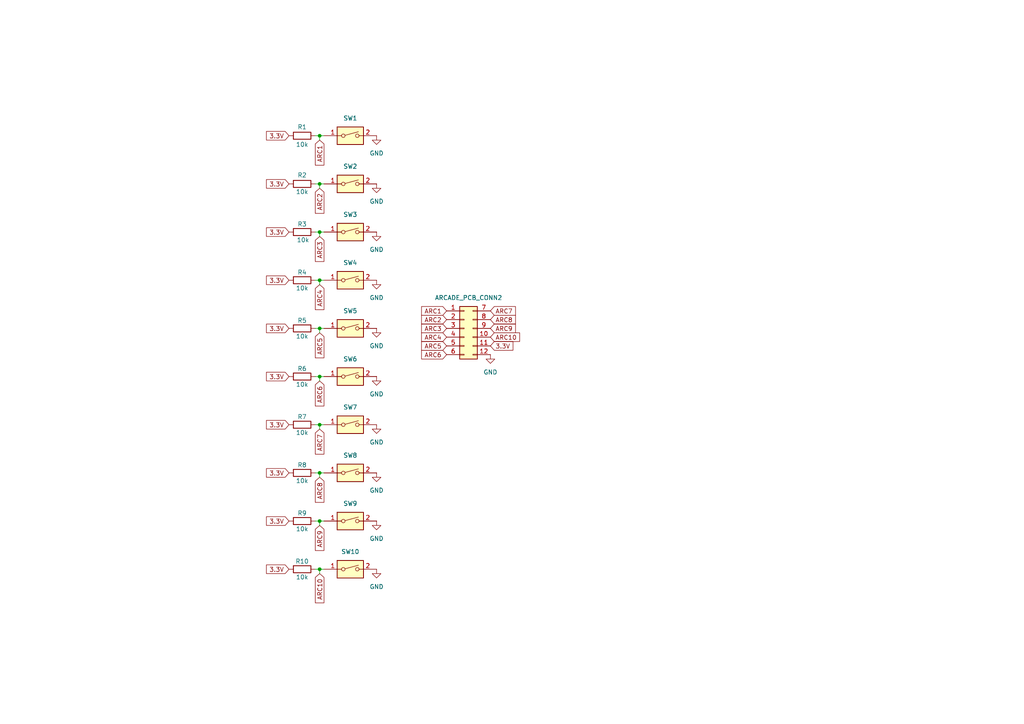
<source format=kicad_sch>
(kicad_sch (version 20250114) (generator "eeschema") (generator_version "9.0")
  (paper "A4")
  (lib_symbols
    (symbol "Connector_Generic:ARCADE_PCB_CONN" (pin_names (offset 1.016) (hide yes))
      (property "Reference" "J" (at 1.27 7.62 0))
      (property "Value" "Conn_02x06_Top_Bottom" (at 1.27 -10.16 0))
      (symbol "ARCADE_PCB_CONN_1_1"
        (rectangle (start -1.27 6.35) (end 3.81 -8.89) (stroke (width 0.254)) (fill (type background)))
        (rectangle (start -1.27 5.207) (end 0 4.953) (stroke (width 0.1524)))
        (rectangle (start -1.27 2.667) (end 0 2.413) (stroke (width 0.1524)))
        (rectangle (start -1.27 0.127) (end 0 -0.127) (stroke (width 0.1524)))
        (rectangle (start -1.27 -2.413) (end 0 -2.667) (stroke (width 0.1524)))
        (rectangle (start -1.27 -4.953) (end 0 -5.207) (stroke (width 0.1524)))
        (rectangle (start -1.27 -7.493) (end 0 -7.747) (stroke (width 0.1524)))
        (rectangle (start 3.81 5.207) (end 2.54 4.953) (stroke (width 0.1524)))
        (rectangle (start 3.81 2.667) (end 2.54 2.413) (stroke (width 0.1524)))
        (rectangle (start 3.81 0.127) (end 2.54 -0.127) (stroke (width 0.1524)))
        (rectangle (start 3.81 -2.413) (end 2.54 -2.667) (stroke (width 0.1524)))
        (rectangle (start 3.81 -4.953) (end 2.54 -5.207) (stroke (width 0.1524)))
        (rectangle (start 3.81 -7.493) (end 2.54 -7.747) (stroke (width 0.1524)))
        (pin passive line (at -5.08 5.08 0) (length 3.81) (name "Pin_1") (number "1"))
        (pin passive line (at -5.08 2.54 0) (length 3.81) (name "Pin_2") (number "2"))
        (pin passive line (at -5.08 0 0) (length 3.81) (name "Pin_3") (number "3"))
        (pin passive line (at -5.08 -2.54 0) (length 3.81) (name "Pin_4") (number "4"))
        (pin passive line (at -5.08 -5.08 0) (length 3.81) (name "Pin_5") (number "5"))
        (pin passive line (at -5.08 -7.62 0) (length 3.81) (name "Pin_6") (number "6"))
        (pin passive line (at 7.62 5.08 180) (length 3.81) (name "Pin_7") (number "7"))
        (pin passive line (at 7.62 2.54 180) (length 3.81) (name "Pin_8") (number "8"))
        (pin passive line (at 7.62 0 180) (length 3.81) (name "Pin_9") (number "9"))
        (pin passive line (at 7.62 -2.54 180) (length 3.81) (name "Pin_10") (number "10"))
        (pin passive line (at 7.62 -5.08 180) (length 3.81) (name "Pin_11") (number "11"))
        (pin passive line (at 7.62 -7.62 180) (length 3.81) (name "Pin_12") (number "12"))
      )
    )
    (symbol "Device:R" (pin_numbers (hide yes)) (pin_names (offset 0))
      (property "Reference" "R" (at 2.032 0 90))
      (property "Value" "R" (at 0 0 90))
      (symbol "R_0_1"
        (rectangle (start -1.016 -2.54) (end 1.016 2.54) (stroke (width 0.254)))
      )
      (symbol "R_1_1"
        (pin passive line (at 0 3.81 270) (length 1.27) (name "~") (number "1"))
        (pin passive line (at 0 -3.81 90) (length 1.27) (name "~") (number "2"))
      )
    )
    (symbol "Switch:ARCADE_BUTTON" (pin_names (offset 0) (hide yes))
      (property "Reference" "SW" (at 0 3.81 0))
      (property "Value" "SW_DIP_x01" (at 0 -3.81 0))
      (symbol "ARCADE_BUTTON_0_0"
        (circle (center -2.032 0) (radius 0.508))
        (polyline (pts (xy -1.524 0.127) (xy 2.3622 1.1684)))
        (circle (center 2.032 0) (radius 0.508))
      )
      (symbol "ARCADE_BUTTON_0_1"
        (rectangle (start -3.81 2.54) (end 3.81 -2.54) (stroke (width 0.254)) (fill (type background)))
      )
      (symbol "ARCADE_BUTTON_1_1"
        (pin passive line (at -7.62 0 0) (length 5.08) (name "~") (number "1"))
        (pin passive line (at 7.62 0 180) (length 5.08) (name "~") (number "2"))
      )
    )
    (symbol "power:GND" (power) (pin_numbers (hide yes)) (pin_names (offset 0) (hide yes))
      (property "Value" "GND" (at 0 -3.81 0))
      (symbol "GND_0_1"
        (polyline (pts (xy 0 0) (xy 0 -1.27) (xy 1.27 -1.27) (xy 0 -2.54) (xy -1.27 -1.27) (xy 0 -1.27)))
      )
      (symbol "GND_1_1"
        (pin power_in line (at 0 0 270) (length 0) (name "~") (number "1"))
      )
    )
  )
  (junction (at 92.71 95.25))
  (junction (at 92.71 81.28))
  (junction (at 92.71 67.31))
  (junction (at 92.71 53.34))
  (junction (at 92.71 165.1))
  (junction (at 92.71 109.22))
  (junction (at 92.71 39.37))
  (junction (at 92.71 151.13))
  (junction (at 92.71 123.19))
  (junction (at 92.71 137.16))
  (wire (pts (xy 92.71 39.37) (xy 93.98 39.37)))
  (wire (pts (xy 91.44 165.1) (xy 92.71 165.1)))
  (wire (pts (xy 92.71 39.37) (xy 92.71 40.64)))
  (wire (pts (xy 92.71 123.19) (xy 92.71 124.46)))
  (wire (pts (xy 91.44 123.19) (xy 92.71 123.19)))
  (wire (pts (xy 92.71 67.31) (xy 93.98 67.31)))
  (wire (pts (xy 91.44 81.28) (xy 92.71 81.28)))
  (wire (pts (xy 92.71 67.31) (xy 92.71 68.58)))
  (wire (pts (xy 92.71 109.22) (xy 92.71 110.49)))
  (wire (pts (xy 92.71 151.13) (xy 93.98 151.13)))
  (wire (pts (xy 91.44 53.34) (xy 92.71 53.34)))
  (wire (pts (xy 92.71 123.19) (xy 93.98 123.19)))
  (wire (pts (xy 92.71 151.13) (xy 92.71 152.4)))
  (wire (pts (xy 91.44 67.31) (xy 92.71 67.31)))
  (wire (pts (xy 91.44 95.25) (xy 92.71 95.25)))
  (wire (pts (xy 92.71 81.28) (xy 93.98 81.28)))
  (wire (pts (xy 92.71 109.22) (xy 93.98 109.22)))
  (wire (pts (xy 92.71 137.16) (xy 92.71 138.43)))
  (wire (pts (xy 91.44 151.13) (xy 92.71 151.13)))
  (wire (pts (xy 92.71 81.28) (xy 92.71 82.55)))
  (wire (pts (xy 91.44 39.37) (xy 92.71 39.37)))
  (wire (pts (xy 92.71 53.34) (xy 93.98 53.34)))
  (wire (pts (xy 92.71 95.25) (xy 92.71 96.52)))
  (wire (pts (xy 92.71 165.1) (xy 93.98 165.1)))
  (wire (pts (xy 92.71 53.34) (xy 92.71 54.61)))
  (wire (pts (xy 91.44 109.22) (xy 92.71 109.22)))
  (wire (pts (xy 92.71 165.1) (xy 92.71 166.37)))
  (wire (pts (xy 92.71 137.16) (xy 93.98 137.16)))
  (wire (pts (xy 92.71 95.25) (xy 93.98 95.25)))
  (wire (pts (xy 91.44 137.16) (xy 92.71 137.16)))
  (global_label "ARC4" (shape input) (at 129.54 97.79 180) (property "Intersheetrefs" "${INTERSHEET_REFS}" (effects (hide yes))))
  (global_label "ARC7" (shape input) (at 92.71 124.46 270) (property "Intersheetrefs" "${INTERSHEET_REFS}" (effects (hide yes))))
  (global_label "ARC6" (shape input) (at 92.71 110.49 270) (property "Intersheetrefs" "${INTERSHEET_REFS}" (effects (hide yes))))
  (global_label "ARC8" (shape input) (at 142.24 92.71 0) (property "Intersheetrefs" "${INTERSHEET_REFS}" (effects (hide yes))))
  (global_label "ARC5" (shape input) (at 129.54 100.33 180) (property "Intersheetrefs" "${INTERSHEET_REFS}" (effects (hide yes))))
  (global_label "3.3V" (shape input) (at 83.82 39.37 180) (property "Intersheetrefs" "${INTERSHEET_REFS}" (effects (hide yes))))
  (global_label "ARC10" (shape input) (at 142.24 97.79 0) (property "Intersheetrefs" "${INTERSHEET_REFS}" (effects (hide yes))))
  (global_label "ARC2" (shape input) (at 92.71 54.61 270) (property "Intersheetrefs" "${INTERSHEET_REFS}" (effects (hide yes))))
  (global_label "3.3V" (shape input) (at 83.82 123.19 180) (property "Intersheetrefs" "${INTERSHEET_REFS}" (effects (hide yes))))
  (global_label "3.3V" (shape input) (at 83.82 165.1 180) (property "Intersheetrefs" "${INTERSHEET_REFS}" (effects (hide yes))))
  (global_label "ARC4" (shape input) (at 92.71 82.55 270) (property "Intersheetrefs" "${INTERSHEET_REFS}" (effects (hide yes))))
  (global_label "ARC8" (shape input) (at 92.71 138.43 270) (property "Intersheetrefs" "${INTERSHEET_REFS}" (effects (hide yes))))
  (global_label "3.3V" (shape input) (at 83.82 151.13 180) (property "Intersheetrefs" "${INTERSHEET_REFS}" (effects (hide yes))))
  (global_label "3.3V" (shape input) (at 83.82 109.22 180) (property "Intersheetrefs" "${INTERSHEET_REFS}" (effects (hide yes))))
  (global_label "3.3V" (shape input) (at 83.82 53.34 180) (property "Intersheetrefs" "${INTERSHEET_REFS}" (effects (hide yes))))
  (global_label "ARC9" (shape input) (at 92.71 152.4 270) (property "Intersheetrefs" "${INTERSHEET_REFS}" (effects (hide yes))))
  (global_label "ARC6" (shape input) (at 129.54 102.87 180) (property "Intersheetrefs" "${INTERSHEET_REFS}" (effects (hide yes))))
  (global_label "ARC5" (shape input) (at 92.71 96.52 270) (property "Intersheetrefs" "${INTERSHEET_REFS}" (effects (hide yes))))
  (global_label "3.3V" (shape input) (at 83.82 137.16 180) (property "Intersheetrefs" "${INTERSHEET_REFS}" (effects (hide yes))))
  (global_label "ARC7" (shape input) (at 142.24 90.17 0) (property "Intersheetrefs" "${INTERSHEET_REFS}" (effects (hide yes))))
  (global_label "ARC9" (shape input) (at 142.24 95.25 0) (property "Intersheetrefs" "${INTERSHEET_REFS}" (effects (hide yes))))
  (global_label "3.3V" (shape input) (at 83.82 81.28 180) (property "Intersheetrefs" "${INTERSHEET_REFS}" (effects (hide yes))))
  (global_label "ARC2" (shape input) (at 129.54 92.71 180) (property "Intersheetrefs" "${INTERSHEET_REFS}" (effects (hide yes))))
  (global_label "ARC10" (shape input) (at 92.71 166.37 270) (property "Intersheetrefs" "${INTERSHEET_REFS}" (effects (hide yes))))
  (global_label "ARC1" (shape input) (at 92.71 40.64 270) (property "Intersheetrefs" "${INTERSHEET_REFS}" (effects (hide yes))))
  (global_label "ARC3" (shape input) (at 129.54 95.25 180) (property "Intersheetrefs" "${INTERSHEET_REFS}" (effects (hide yes))))
  (global_label "3.3V" (shape input) (at 83.82 95.25 180) (property "Intersheetrefs" "${INTERSHEET_REFS}" (effects (hide yes))))
  (global_label "3.3V" (shape input) (at 142.24 100.33 0) (property "Intersheetrefs" "${INTERSHEET_REFS}" (effects (hide yes))))
  (global_label "ARC1" (shape input) (at 129.54 90.17 180) (property "Intersheetrefs" "${INTERSHEET_REFS}" (effects (hide yes))))
  (global_label "3.3V" (shape input) (at 83.82 67.31 180) (property "Intersheetrefs" "${INTERSHEET_REFS}" (effects (hide yes))))
  (global_label "ARC3" (shape input) (at 92.71 68.58 270) (property "Intersheetrefs" "${INTERSHEET_REFS}" (effects (hide yes))))
  (symbol (lib_id "Switch:ARCADE_BUTTON") (at 101.6 123.19 0) (unit 1)
    (property "Reference" "SW7" (at 101.6 118.11 0))
    (property "Value" "SW_DIP_x01" (effects (hide yes)))
    (property "Footprint" "custom:pads" (effects (hide yes)))
    (property "Description" "1x DIP Switch, Single Pole Single Throw (SPST) switch, small symbol" (effects (hide yes)))
  )
  (symbol (lib_id "power:GND") (at 109.22 67.31 0) (unit 1)
    (property "Reference" "#PWR03" (effects (hide yes)))
    (property "Value" "GND" (at 109.22 72.39 0))
    (property "Description" "Power symbol creates a global label with name \"GND\" , ground" (effects (hide yes)))
  )
  (symbol (lib_id "Switch:ARCADE_BUTTON") (at 101.6 137.16 0) (unit 1)
    (property "Reference" "SW8" (at 101.6 132.08 0))
    (property "Value" "SW_DIP_x01" (effects (hide yes)))
    (property "Footprint" "custom:pads" (effects (hide yes)))
    (property "Description" "1x DIP Switch, Single Pole Single Throw (SPST) switch, small symbol" (effects (hide yes)))
  )
  (symbol (lib_id "Device:R") (at 87.63 95.25 90) (unit 1)
    (property "Reference" "R5" (at 87.63 92.964 90))
    (property "Value" "10k" (at 87.63 97.536 90))
    (property "Footprint" "Resistor_SMD:R_0805_2012Metric" (effects (hide yes)))
    (property "Description" "Resistor" (effects (hide yes)))
  )
  (symbol (lib_id "Device:R") (at 87.63 151.13 90) (unit 1)
    (property "Reference" "R9" (at 87.63 148.844 90))
    (property "Value" "10k" (at 87.63 153.416 90))
    (property "Footprint" "Resistor_SMD:R_0805_2012Metric" (effects (hide yes)))
    (property "Description" "Resistor" (effects (hide yes)))
  )
  (symbol (lib_id "Switch:ARCADE_BUTTON") (at 101.6 151.13 0) (unit 1)
    (property "Reference" "SW9" (at 101.6 146.05 0))
    (property "Value" "SW_DIP_x01" (effects (hide yes)))
    (property "Footprint" "custom:pads" (effects (hide yes)))
    (property "Description" "1x DIP Switch, Single Pole Single Throw (SPST) switch, small symbol" (effects (hide yes)))
  )
  (symbol (lib_id "Switch:ARCADE_BUTTON") (at 101.6 81.28 0) (unit 1)
    (property "Reference" "SW4" (at 101.6 76.2 0))
    (property "Value" "SW_DIP_x01" (effects (hide yes)))
    (property "Footprint" "custom:pads" (effects (hide yes)))
    (property "Description" "1x DIP Switch, Single Pole Single Throw (SPST) switch, small symbol" (effects (hide yes)))
  )
  (symbol (lib_id "power:GND") (at 109.22 53.34 0) (unit 1)
    (property "Reference" "#PWR02" (effects (hide yes)))
    (property "Value" "GND" (at 109.22 58.42 0))
    (property "Description" "Power symbol creates a global label with name \"GND\" , ground" (effects (hide yes)))
  )
  (symbol (lib_id "Switch:ARCADE_BUTTON") (at 101.6 67.31 0) (unit 1)
    (property "Reference" "SW3" (at 101.6 62.23 0))
    (property "Value" "SW_DIP_x01" (effects (hide yes)))
    (property "Footprint" "custom:pads" (effects (hide yes)))
    (property "Description" "1x DIP Switch, Single Pole Single Throw (SPST) switch, small symbol" (effects (hide yes)))
  )
  (symbol (lib_id "power:GND") (at 109.22 109.22 0) (unit 1)
    (property "Reference" "#PWR06" (effects (hide yes)))
    (property "Value" "GND" (at 109.22 114.3 0))
    (property "Description" "Power symbol creates a global label with name \"GND\" , ground" (effects (hide yes)))
  )
  (symbol (lib_id "Switch:ARCADE_BUTTON") (at 101.6 39.37 0) (unit 1)
    (property "Reference" "SW1" (at 101.6 34.29 0))
    (property "Value" "SW_DIP_x01" (effects (hide yes)))
    (property "Footprint" "custom:pads" (effects (hide yes)))
    (property "Description" "1x DIP Switch, Single Pole Single Throw (SPST) switch, small symbol" (effects (hide yes)))
  )
  (symbol (lib_id "Device:R") (at 87.63 53.34 90) (unit 1)
    (property "Reference" "R2" (at 87.63 50.8 90))
    (property "Value" "10k" (at 87.63 55.626 90))
    (property "Footprint" "Resistor_SMD:R_0805_2012Metric" (effects (hide yes)))
    (property "Description" "Resistor" (effects (hide yes)))
  )
  (symbol (lib_id "Device:R") (at 87.63 81.28 90) (unit 1)
    (property "Reference" "R4" (at 87.63 78.994 90))
    (property "Value" "10k" (at 87.63 83.566 90))
    (property "Footprint" "Resistor_SMD:R_0805_2012Metric" (effects (hide yes)))
    (property "Description" "Resistor" (effects (hide yes)))
  )
  (symbol (lib_id "power:GND") (at 109.22 151.13 0) (unit 1)
    (property "Reference" "#PWR010" (effects (hide yes)))
    (property "Value" "GND" (at 109.22 156.21 0))
    (property "Description" "Power symbol creates a global label with name \"GND\" , ground" (effects (hide yes)))
  )
  (symbol (lib_id "power:GND") (at 109.22 81.28 0) (unit 1)
    (property "Reference" "#PWR04" (effects (hide yes)))
    (property "Value" "GND" (at 109.22 86.36 0))
    (property "Description" "Power symbol creates a global label with name \"GND\" , ground" (effects (hide yes)))
  )
  (symbol (lib_id "power:GND") (at 109.22 137.16 0) (unit 1)
    (property "Reference" "#PWR08" (effects (hide yes)))
    (property "Value" "GND" (at 109.22 142.24 0))
    (property "Description" "Power symbol creates a global label with name \"GND\" , ground" (effects (hide yes)))
  )
  (symbol (lib_id "Switch:ARCADE_BUTTON") (at 101.6 95.25 0) (unit 1)
    (property "Reference" "SW5" (at 101.6 90.17 0))
    (property "Value" "SW_DIP_x01" (effects (hide yes)))
    (property "Footprint" "custom:pads" (effects (hide yes)))
    (property "Description" "1x DIP Switch, Single Pole Single Throw (SPST) switch, small symbol" (effects (hide yes)))
  )
  (symbol (lib_id "Device:R") (at 87.63 67.31 90) (unit 1)
    (property "Reference" "R3" (at 87.63 65.024 90))
    (property "Value" "10k" (at 87.884 69.596 90))
    (property "Footprint" "Resistor_SMD:R_0805_2012Metric" (effects (hide yes)))
    (property "Description" "Resistor" (effects (hide yes)))
  )
  (symbol (lib_id "power:GND") (at 109.22 123.19 0) (unit 1)
    (property "Reference" "#PWR07" (effects (hide yes)))
    (property "Value" "GND" (at 109.22 128.27 0))
    (property "Description" "Power symbol creates a global label with name \"GND\" , ground" (effects (hide yes)))
  )
  (symbol (lib_id "Device:R") (at 87.63 39.37 90) (unit 1)
    (property "Reference" "R1" (at 87.63 36.83 90))
    (property "Value" "10k" (at 87.63 41.91 90))
    (property "Footprint" "Resistor_SMD:R_0805_2012Metric" (effects (hide yes)))
    (property "Description" "Resistor" (effects (hide yes)))
  )
  (symbol (lib_id "Switch:ARCADE_BUTTON") (at 101.6 53.34 0) (unit 1)
    (property "Reference" "SW2" (at 101.6 48.26 0))
    (property "Value" "SW_DIP_x01" (effects (hide yes)))
    (property "Footprint" "custom:pads" (effects (hide yes)))
    (property "Description" "1x DIP Switch, Single Pole Single Throw (SPST) switch, small symbol" (effects (hide yes)))
  )
  (symbol (lib_id "power:GND") (at 109.22 39.37 0) (unit 1)
    (property "Reference" "#PWR01" (effects (hide yes)))
    (property "Value" "GND" (at 109.22 44.45 0))
    (property "Description" "Power symbol creates a global label with name \"GND\" , ground" (effects (hide yes)))
  )
  (symbol (lib_id "Connector_Generic:ARCADE_PCB_CONN") (at 134.62 95.25 0) (unit 1)
    (property "Reference" "ARCADE_PCB_CONN2" (at 135.89 86.36 0))
    (property "Value" "Conn_02x06_Top_Bottom" (effects (hide yes)))
    (property "Footprint" "Connector_PinHeader_2.54mm:PinHeader_2x06_P2.54mm_Vertical" (effects (hide yes)))
    (property "Description" "Generic connector, double row, 02x06, top/bottom pin numbering scheme (row 1: 1...pins_per_row, row2: pins_per_row+1 ... num_pins), script generated (kicad-library-utils/schlib/autogen/connector/)" (effects (hide yes)))
  )
  (symbol (lib_id "Device:R") (at 87.63 109.22 90) (unit 1)
    (property "Reference" "R6" (at 87.63 106.934 90))
    (property "Value" "10k" (at 87.63 111.506 90))
    (property "Footprint" "Resistor_SMD:R_0805_2012Metric" (effects (hide yes)))
    (property "Description" "Resistor" (effects (hide yes)))
  )
  (symbol (lib_id "power:GND") (at 109.22 95.25 0) (unit 1)
    (property "Reference" "#PWR05" (effects (hide yes)))
    (property "Value" "GND" (at 109.22 100.33 0))
    (property "Description" "Power symbol creates a global label with name \"GND\" , ground" (effects (hide yes)))
  )
  (symbol (lib_id "Device:R") (at 87.63 137.16 90) (unit 1)
    (property "Reference" "R8" (at 87.63 134.874 90))
    (property "Value" "10k" (at 87.63 139.446 90))
    (property "Footprint" "Resistor_SMD:R_0805_2012Metric" (effects (hide yes)))
    (property "Description" "Resistor" (effects (hide yes)))
  )
  (symbol (lib_id "Device:R") (at 87.63 123.19 90) (unit 1)
    (property "Reference" "R7" (at 87.63 120.904 90))
    (property "Value" "10k" (at 87.63 125.476 90))
    (property "Footprint" "Resistor_SMD:R_0805_2012Metric" (effects (hide yes)))
    (property "Description" "Resistor" (effects (hide yes)))
  )
  (symbol (lib_id "Switch:ARCADE_BUTTON") (at 101.6 109.22 0) (unit 1)
    (property "Reference" "SW6" (at 101.6 104.14 0))
    (property "Value" "SW_DIP_x01" (effects (hide yes)))
    (property "Footprint" "custom:pads" (effects (hide yes)))
    (property "Description" "1x DIP Switch, Single Pole Single Throw (SPST) switch, small symbol" (effects (hide yes)))
  )
  (symbol (lib_id "Device:R") (at 87.63 165.1 90) (unit 1)
    (property "Reference" "R10" (at 87.63 162.814 90))
    (property "Value" "10k" (at 87.63 167.386 90))
    (property "Footprint" "Resistor_SMD:R_0805_2012Metric" (effects (hide yes)))
    (property "Description" "Resistor" (effects (hide yes)))
  )
  (symbol (lib_id "power:GND") (at 142.24 102.87 0) (unit 1)
    (property "Reference" "#PWR09" (effects (hide yes)))
    (property "Value" "GND" (at 142.24 107.95 0))
    (property "Description" "Power symbol creates a global label with name \"GND\" , ground" (effects (hide yes)))
  )
  (symbol (lib_id "Switch:ARCADE_BUTTON") (at 101.6 165.1 0) (unit 1)
    (property "Reference" "SW10" (at 101.6 160.02 0))
    (property "Value" "SW_DIP_x01" (effects (hide yes)))
    (property "Footprint" "custom:pads" (effects (hide yes)))
    (property "Description" "1x DIP Switch, Single Pole Single Throw (SPST) switch, small symbol" (effects (hide yes)))
  )
  (symbol (lib_id "power:GND") (at 109.22 165.1 0) (unit 1)
    (property "Reference" "#PWR011" (effects (hide yes)))
    (property "Value" "GND" (at 109.22 170.18 0))
    (property "Description" "Power symbol creates a global label with name \"GND\" , ground" (effects (hide yes)))
  )
)
</source>
